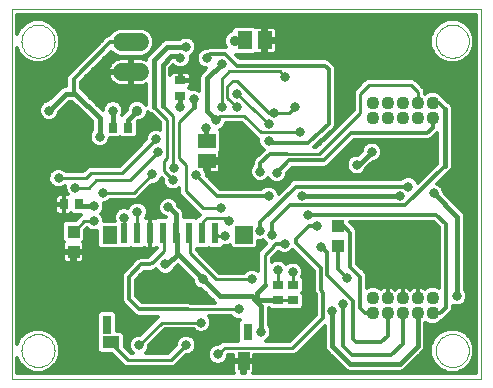
<source format=gbl>
G75*
G70*
%OFA0B0*%
%FSLAX24Y24*%
%IPPOS*%
%LPD*%
%AMOC8*
5,1,8,0,0,1.08239X$1,22.5*
%
%ADD10C,0.0000*%
%ADD11R,0.0354X0.0276*%
%ADD12R,0.0394X0.0433*%
%ADD13R,0.0276X0.0354*%
%ADD14R,0.0512X0.0591*%
%ADD15R,0.0236X0.0709*%
%ADD16R,0.0591X0.0591*%
%ADD17R,0.0394X0.0610*%
%ADD18R,0.0571X0.0394*%
%ADD19R,0.0315X0.0591*%
%ADD20R,0.0315X0.0551*%
%ADD21C,0.0436*%
%ADD22R,0.0591X0.0512*%
%ADD23C,0.0600*%
%ADD24C,0.0317*%
%ADD25C,0.0160*%
%ADD26C,0.0100*%
%ADD27C,0.0356*%
%ADD28C,0.0120*%
D10*
X000325Y000160D02*
X000325Y012469D01*
X015976Y012469D01*
X015976Y000160D01*
X000325Y000160D01*
X000649Y001098D02*
X000651Y001145D01*
X000657Y001191D01*
X000667Y001237D01*
X000680Y001282D01*
X000698Y001325D01*
X000719Y001367D01*
X000743Y001407D01*
X000771Y001444D01*
X000802Y001479D01*
X000836Y001512D01*
X000872Y001541D01*
X000911Y001567D01*
X000952Y001590D01*
X000995Y001609D01*
X001039Y001625D01*
X001084Y001637D01*
X001130Y001645D01*
X001177Y001649D01*
X001223Y001649D01*
X001270Y001645D01*
X001316Y001637D01*
X001361Y001625D01*
X001405Y001609D01*
X001448Y001590D01*
X001489Y001567D01*
X001528Y001541D01*
X001564Y001512D01*
X001598Y001479D01*
X001629Y001444D01*
X001657Y001407D01*
X001681Y001367D01*
X001702Y001325D01*
X001720Y001282D01*
X001733Y001237D01*
X001743Y001191D01*
X001749Y001145D01*
X001751Y001098D01*
X001749Y001051D01*
X001743Y001005D01*
X001733Y000959D01*
X001720Y000914D01*
X001702Y000871D01*
X001681Y000829D01*
X001657Y000789D01*
X001629Y000752D01*
X001598Y000717D01*
X001564Y000684D01*
X001528Y000655D01*
X001489Y000629D01*
X001448Y000606D01*
X001405Y000587D01*
X001361Y000571D01*
X001316Y000559D01*
X001270Y000551D01*
X001223Y000547D01*
X001177Y000547D01*
X001130Y000551D01*
X001084Y000559D01*
X001039Y000571D01*
X000995Y000587D01*
X000952Y000606D01*
X000911Y000629D01*
X000872Y000655D01*
X000836Y000684D01*
X000802Y000717D01*
X000771Y000752D01*
X000743Y000789D01*
X000719Y000829D01*
X000698Y000871D01*
X000680Y000914D01*
X000667Y000959D01*
X000657Y001005D01*
X000651Y001051D01*
X000649Y001098D01*
X000649Y011410D02*
X000651Y011457D01*
X000657Y011503D01*
X000667Y011549D01*
X000680Y011594D01*
X000698Y011637D01*
X000719Y011679D01*
X000743Y011719D01*
X000771Y011756D01*
X000802Y011791D01*
X000836Y011824D01*
X000872Y011853D01*
X000911Y011879D01*
X000952Y011902D01*
X000995Y011921D01*
X001039Y011937D01*
X001084Y011949D01*
X001130Y011957D01*
X001177Y011961D01*
X001223Y011961D01*
X001270Y011957D01*
X001316Y011949D01*
X001361Y011937D01*
X001405Y011921D01*
X001448Y011902D01*
X001489Y011879D01*
X001528Y011853D01*
X001564Y011824D01*
X001598Y011791D01*
X001629Y011756D01*
X001657Y011719D01*
X001681Y011679D01*
X001702Y011637D01*
X001720Y011594D01*
X001733Y011549D01*
X001743Y011503D01*
X001749Y011457D01*
X001751Y011410D01*
X001749Y011363D01*
X001743Y011317D01*
X001733Y011271D01*
X001720Y011226D01*
X001702Y011183D01*
X001681Y011141D01*
X001657Y011101D01*
X001629Y011064D01*
X001598Y011029D01*
X001564Y010996D01*
X001528Y010967D01*
X001489Y010941D01*
X001448Y010918D01*
X001405Y010899D01*
X001361Y010883D01*
X001316Y010871D01*
X001270Y010863D01*
X001223Y010859D01*
X001177Y010859D01*
X001130Y010863D01*
X001084Y010871D01*
X001039Y010883D01*
X000995Y010899D01*
X000952Y010918D01*
X000911Y010941D01*
X000872Y010967D01*
X000836Y010996D01*
X000802Y011029D01*
X000771Y011064D01*
X000743Y011101D01*
X000719Y011141D01*
X000698Y011183D01*
X000680Y011226D01*
X000667Y011271D01*
X000657Y011317D01*
X000651Y011363D01*
X000649Y011410D01*
X014462Y011410D02*
X014464Y011457D01*
X014470Y011503D01*
X014480Y011549D01*
X014493Y011594D01*
X014511Y011637D01*
X014532Y011679D01*
X014556Y011719D01*
X014584Y011756D01*
X014615Y011791D01*
X014649Y011824D01*
X014685Y011853D01*
X014724Y011879D01*
X014765Y011902D01*
X014808Y011921D01*
X014852Y011937D01*
X014897Y011949D01*
X014943Y011957D01*
X014990Y011961D01*
X015036Y011961D01*
X015083Y011957D01*
X015129Y011949D01*
X015174Y011937D01*
X015218Y011921D01*
X015261Y011902D01*
X015302Y011879D01*
X015341Y011853D01*
X015377Y011824D01*
X015411Y011791D01*
X015442Y011756D01*
X015470Y011719D01*
X015494Y011679D01*
X015515Y011637D01*
X015533Y011594D01*
X015546Y011549D01*
X015556Y011503D01*
X015562Y011457D01*
X015564Y011410D01*
X015562Y011363D01*
X015556Y011317D01*
X015546Y011271D01*
X015533Y011226D01*
X015515Y011183D01*
X015494Y011141D01*
X015470Y011101D01*
X015442Y011064D01*
X015411Y011029D01*
X015377Y010996D01*
X015341Y010967D01*
X015302Y010941D01*
X015261Y010918D01*
X015218Y010899D01*
X015174Y010883D01*
X015129Y010871D01*
X015083Y010863D01*
X015036Y010859D01*
X014990Y010859D01*
X014943Y010863D01*
X014897Y010871D01*
X014852Y010883D01*
X014808Y010899D01*
X014765Y010918D01*
X014724Y010941D01*
X014685Y010967D01*
X014649Y010996D01*
X014615Y011029D01*
X014584Y011064D01*
X014556Y011101D01*
X014532Y011141D01*
X014511Y011183D01*
X014493Y011226D01*
X014480Y011271D01*
X014470Y011317D01*
X014464Y011363D01*
X014462Y011410D01*
X014462Y001098D02*
X014464Y001145D01*
X014470Y001191D01*
X014480Y001237D01*
X014493Y001282D01*
X014511Y001325D01*
X014532Y001367D01*
X014556Y001407D01*
X014584Y001444D01*
X014615Y001479D01*
X014649Y001512D01*
X014685Y001541D01*
X014724Y001567D01*
X014765Y001590D01*
X014808Y001609D01*
X014852Y001625D01*
X014897Y001637D01*
X014943Y001645D01*
X014990Y001649D01*
X015036Y001649D01*
X015083Y001645D01*
X015129Y001637D01*
X015174Y001625D01*
X015218Y001609D01*
X015261Y001590D01*
X015302Y001567D01*
X015341Y001541D01*
X015377Y001512D01*
X015411Y001479D01*
X015442Y001444D01*
X015470Y001407D01*
X015494Y001367D01*
X015515Y001325D01*
X015533Y001282D01*
X015546Y001237D01*
X015556Y001191D01*
X015562Y001145D01*
X015564Y001098D01*
X015562Y001051D01*
X015556Y001005D01*
X015546Y000959D01*
X015533Y000914D01*
X015515Y000871D01*
X015494Y000829D01*
X015470Y000789D01*
X015442Y000752D01*
X015411Y000717D01*
X015377Y000684D01*
X015341Y000655D01*
X015302Y000629D01*
X015261Y000606D01*
X015218Y000587D01*
X015174Y000571D01*
X015129Y000559D01*
X015083Y000551D01*
X015036Y000547D01*
X014990Y000547D01*
X014943Y000551D01*
X014897Y000559D01*
X014852Y000571D01*
X014808Y000587D01*
X014765Y000606D01*
X014724Y000629D01*
X014685Y000655D01*
X014649Y000684D01*
X014615Y000717D01*
X014584Y000752D01*
X014556Y000789D01*
X014532Y000829D01*
X014511Y000871D01*
X014493Y000914D01*
X014480Y000959D01*
X014470Y001005D01*
X014464Y001051D01*
X014462Y001098D01*
D11*
X009700Y002779D03*
X009200Y002779D03*
X009200Y003291D03*
X009700Y003291D03*
X005950Y009592D03*
X005950Y010103D03*
D12*
X011200Y005245D03*
X011200Y004575D03*
X002388Y004388D03*
X002388Y005057D03*
D13*
X002581Y005973D03*
X002069Y005973D03*
X003694Y008535D03*
X004206Y008535D03*
D14*
X008084Y011441D03*
X008753Y011441D03*
X003603Y004955D03*
D15*
X004075Y005014D03*
X004508Y005014D03*
X004941Y005014D03*
X005374Y005014D03*
X005807Y005014D03*
X006240Y005014D03*
X006673Y005014D03*
X007106Y005014D03*
D16*
X008071Y004955D03*
D17*
X008051Y000743D03*
D18*
X003622Y001373D03*
D19*
X003504Y001963D03*
D20*
X008209Y001707D03*
D21*
X012356Y002348D03*
X012856Y002348D03*
X013356Y002348D03*
X013856Y002348D03*
X014356Y002348D03*
X014356Y002848D03*
X013856Y002848D03*
X013356Y002848D03*
X012856Y002848D03*
X012356Y002848D03*
X012356Y008848D03*
X012856Y008848D03*
X013356Y008848D03*
X013856Y008848D03*
X014356Y008848D03*
X014356Y009348D03*
X013856Y009348D03*
X013356Y009348D03*
X012856Y009348D03*
X012356Y009348D03*
D22*
X006825Y008088D03*
X006825Y007419D03*
D23*
X004594Y010379D02*
X003994Y010379D01*
X003994Y011379D02*
X004594Y011379D01*
D24*
X005950Y010848D03*
X006138Y011223D03*
X006825Y010848D03*
X007325Y010660D03*
X007825Y009660D03*
X007825Y009223D03*
X007325Y009223D03*
X007138Y008785D03*
X006794Y008504D03*
X005950Y009223D03*
X006388Y009473D03*
X007825Y008598D03*
X008888Y008660D03*
X009075Y009035D03*
X009763Y009223D03*
X009919Y008379D03*
X008888Y008098D03*
X008606Y007066D03*
X008325Y006660D03*
X008888Y006254D03*
X009263Y006566D03*
X009169Y007035D03*
X010294Y007004D03*
X010013Y006254D03*
X010200Y005629D03*
X010513Y005254D03*
X010638Y004566D03*
X009763Y004160D03*
X009700Y003723D03*
X009200Y003785D03*
X008325Y003473D03*
X007263Y004223D03*
X007450Y004910D03*
X007575Y005410D03*
X007294Y005848D03*
X006481Y006941D03*
X005731Y007191D03*
X005700Y006785D03*
X005013Y006973D03*
X004950Y006348D03*
X005544Y005879D03*
X004513Y005723D03*
X004075Y005535D03*
X003075Y005410D03*
X003075Y005910D03*
X003356Y006348D03*
X002450Y006535D03*
X001888Y006848D03*
X001325Y006785D03*
X000981Y007598D03*
X000981Y008254D03*
X000981Y008910D03*
X001575Y009098D03*
X002388Y008223D03*
X003263Y008223D03*
X003700Y007785D03*
X003638Y007410D03*
X003263Y007598D03*
X003700Y009098D03*
X004169Y009785D03*
X002419Y010754D03*
X001356Y010535D03*
X000981Y010535D03*
X005138Y008160D03*
X005200Y007723D03*
X008606Y005098D03*
X009013Y004941D03*
X009419Y004660D03*
X011513Y003504D03*
X011356Y002660D03*
X011013Y002410D03*
X009575Y001785D03*
X008638Y001723D03*
X007700Y001535D03*
X007200Y000973D03*
X008075Y000785D03*
X006638Y002035D03*
X006138Y001285D03*
X004575Y001285D03*
X006575Y002973D03*
X006700Y003473D03*
X005450Y003973D03*
X005044Y003629D03*
X004638Y003348D03*
X005200Y003254D03*
X003825Y003285D03*
X003075Y003660D03*
X003075Y004035D03*
X003513Y004035D03*
X002263Y002848D03*
X001513Y002848D03*
X001513Y002223D03*
X002200Y002223D03*
X002200Y001660D03*
X007888Y002473D03*
X010481Y001254D03*
X014294Y003754D03*
X014419Y004473D03*
X015169Y002910D03*
X013263Y006254D03*
X013544Y006566D03*
X013888Y006973D03*
X014294Y007348D03*
X014388Y006348D03*
X012325Y007723D03*
X011856Y008004D03*
X011825Y007285D03*
X011450Y009098D03*
X009450Y010223D03*
X009513Y011223D03*
X010638Y011691D03*
X011700Y011035D03*
D25*
X014763Y009160D02*
X014763Y007254D01*
X014388Y006348D02*
X015169Y005566D01*
X015169Y002910D01*
X013856Y002348D02*
X013856Y001254D01*
X013263Y000660D01*
X011606Y000660D01*
X011013Y001254D01*
X011013Y002410D01*
X009200Y002785D02*
X008450Y002785D01*
X008481Y002754D01*
X008450Y002785D02*
X008325Y002910D01*
X007263Y002910D01*
X006700Y003473D01*
X005856Y004316D01*
X005513Y003973D01*
X005825Y004348D02*
X005825Y004997D01*
X005807Y005014D02*
X005807Y005642D01*
X005571Y005879D01*
X003075Y005910D02*
X002643Y005910D01*
X003263Y008223D02*
X003263Y008848D01*
X002450Y009660D01*
X002388Y009660D01*
X002138Y009660D01*
X001575Y009098D01*
X003694Y009154D02*
X003694Y008535D01*
X004206Y008535D02*
X004206Y008791D01*
X004513Y009098D01*
X005075Y009223D02*
X005075Y010785D01*
X005513Y011223D01*
X006138Y011223D01*
X005888Y010910D02*
X005950Y010848D01*
X005888Y010910D02*
X005638Y010910D01*
X005356Y010629D01*
X005356Y009254D01*
X005950Y009223D02*
X005950Y009592D01*
X006388Y009473D02*
X006388Y009223D01*
X006843Y009080D02*
X007138Y008785D01*
X006843Y009080D02*
X006843Y010178D01*
X007325Y010660D01*
X007763Y011410D02*
X008053Y011410D01*
X008084Y011441D01*
X006794Y008504D02*
X006794Y008120D01*
X006825Y008088D01*
X003700Y009098D02*
X003694Y009154D01*
X010013Y006254D02*
X013263Y006254D01*
X011888Y007285D02*
X012325Y007723D01*
X008763Y003285D02*
X008513Y003035D01*
X008513Y002723D01*
X008638Y002598D01*
X008638Y001723D01*
D26*
X007888Y002473D02*
X006200Y002473D01*
X006638Y002035D02*
X005325Y002035D01*
X004575Y001285D01*
X004200Y000785D02*
X003638Y001348D01*
X003638Y001357D01*
X003622Y001373D01*
X004200Y000785D02*
X005638Y000785D01*
X006138Y001285D01*
X007200Y000973D02*
X007419Y001191D01*
X009700Y001191D01*
X008075Y000785D02*
X008051Y000761D01*
X008051Y000743D01*
X008513Y002723D02*
X008481Y002754D01*
X008507Y002779D01*
X008763Y003285D02*
X008763Y004285D01*
X009059Y004582D01*
X009200Y003785D02*
X009200Y003291D01*
X009700Y003291D02*
X009700Y003723D01*
X009200Y002785D02*
X009200Y002779D01*
X009700Y002779D01*
X008325Y003473D02*
X007138Y003473D01*
X006263Y004348D01*
X006263Y004992D01*
X006240Y005014D01*
X006673Y005014D02*
X006700Y005041D01*
X006700Y005410D01*
X006825Y005535D01*
X007450Y005535D01*
X007575Y005410D01*
X007106Y005014D02*
X007211Y004910D01*
X007450Y004910D01*
X007294Y005848D02*
X006700Y005848D01*
X006138Y006410D01*
X006138Y007285D01*
X005888Y007535D01*
X005888Y008723D01*
X006388Y009223D01*
X007138Y008785D02*
X007263Y008910D01*
X008075Y008910D01*
X008638Y008379D01*
X009919Y008379D01*
X009575Y009035D02*
X009075Y009035D01*
X008888Y009035D01*
X007825Y010098D01*
X007700Y010098D01*
X007513Y009910D01*
X007513Y009535D01*
X007825Y009223D01*
X007325Y009223D02*
X007325Y010160D01*
X007575Y010410D01*
X009263Y010410D01*
X009450Y010223D01*
X009763Y009223D02*
X009575Y009035D01*
X008888Y008660D02*
X007825Y009660D01*
X005700Y008910D02*
X005700Y007223D01*
X005731Y007191D01*
X005388Y007098D02*
X005700Y006785D01*
X005388Y007098D02*
X005388Y007410D01*
X005513Y007535D01*
X005513Y008785D01*
X005075Y009223D01*
X005356Y009254D02*
X005700Y008910D01*
X005138Y008160D02*
X004013Y007035D01*
X002981Y007035D01*
X002794Y006848D01*
X001888Y006848D01*
X002450Y006535D02*
X002888Y006535D01*
X003138Y006785D01*
X004263Y006785D01*
X005200Y007723D01*
X005013Y006973D02*
X004388Y006348D01*
X003356Y006348D01*
X002643Y005910D02*
X002581Y005973D01*
X002740Y005410D02*
X002388Y005057D01*
X002740Y005410D02*
X003075Y005410D01*
X004075Y005535D02*
X004075Y005014D01*
X004508Y005014D02*
X004513Y005019D01*
X004513Y005723D01*
X005544Y005879D02*
X005571Y005879D01*
X005374Y005014D02*
X005388Y005001D01*
X005388Y004410D01*
X005013Y004035D01*
X005450Y003973D02*
X005513Y003973D01*
X005856Y004316D02*
X005825Y004348D01*
X005825Y004997D02*
X005807Y005014D01*
X009513Y007660D02*
X010575Y007660D01*
X011950Y009035D01*
X011950Y009660D01*
X012231Y009941D01*
X013638Y009941D01*
X013856Y009723D01*
X013856Y009348D01*
X011888Y007285D02*
X011825Y007285D01*
X005356Y010629D02*
X005325Y010598D01*
D27*
X004513Y009098D03*
X007763Y011410D03*
D28*
X007514Y011668D02*
X004984Y011668D01*
X005001Y011651D02*
X004866Y011786D01*
X004689Y011859D01*
X003898Y011859D01*
X003722Y011786D01*
X003587Y011651D01*
X003574Y011619D01*
X003559Y011619D01*
X003470Y011582D01*
X002252Y010363D01*
X002184Y010296D01*
X002148Y010208D01*
X002148Y009920D01*
X002086Y009920D01*
X001990Y009880D01*
X001546Y009436D01*
X001508Y009436D01*
X001383Y009384D01*
X001288Y009289D01*
X001237Y009165D01*
X001237Y009030D01*
X001288Y008906D01*
X001383Y008811D01*
X001508Y008759D01*
X001642Y008759D01*
X001767Y008811D01*
X001862Y008906D01*
X001913Y009030D01*
X001913Y009068D01*
X002245Y009400D01*
X002342Y009400D01*
X003003Y008740D01*
X003003Y008441D01*
X002976Y008414D01*
X002924Y008290D01*
X002924Y008155D01*
X002976Y008031D01*
X003071Y007936D01*
X003195Y007884D01*
X003330Y007884D01*
X003454Y007936D01*
X003549Y008031D01*
X003601Y008155D01*
X003601Y008178D01*
X003906Y008178D01*
X003950Y008221D01*
X003994Y008178D01*
X004418Y008178D01*
X004524Y008283D01*
X004524Y008739D01*
X004584Y008739D01*
X004715Y008794D01*
X004816Y008895D01*
X004871Y009026D01*
X004871Y009059D01*
X004928Y009002D01*
X005000Y008972D01*
X005283Y008690D01*
X005283Y008466D01*
X005205Y008498D01*
X005070Y008498D01*
X004946Y008447D01*
X004851Y008352D01*
X004799Y008227D01*
X004799Y008147D01*
X003917Y007265D01*
X002886Y007265D01*
X002751Y007130D01*
X002698Y007077D01*
X002136Y007077D01*
X002079Y007134D01*
X001955Y007186D01*
X001820Y007186D01*
X001696Y007134D01*
X001601Y007039D01*
X001549Y006915D01*
X001549Y006780D01*
X001601Y006656D01*
X001696Y006561D01*
X001820Y006509D01*
X001955Y006509D01*
X002079Y006561D01*
X002112Y006593D01*
X002112Y006468D01*
X002163Y006343D01*
X002197Y006310D01*
X002078Y006310D01*
X002078Y005981D01*
X002060Y005981D01*
X002060Y005964D01*
X001771Y005964D01*
X001771Y005774D01*
X001782Y005734D01*
X001803Y005697D01*
X001833Y005667D01*
X001870Y005646D01*
X001910Y005635D01*
X002060Y005635D01*
X002060Y005964D01*
X002078Y005964D01*
X002078Y005635D01*
X002228Y005635D01*
X002269Y005646D01*
X002305Y005667D01*
X002311Y005673D01*
X002369Y005615D01*
X002620Y005615D01*
X002459Y005454D01*
X002116Y005454D01*
X002011Y005348D01*
X002011Y004766D01*
X002068Y004708D01*
X002063Y004703D01*
X002042Y004666D01*
X002031Y004625D01*
X002031Y004426D01*
X002349Y004426D01*
X002349Y004349D01*
X002426Y004349D01*
X002426Y004011D01*
X002605Y004011D01*
X002646Y004022D01*
X002683Y004043D01*
X002712Y004073D01*
X002733Y004110D01*
X002744Y004150D01*
X002744Y004349D01*
X002426Y004349D01*
X002426Y004426D01*
X002744Y004426D01*
X002744Y004625D01*
X002733Y004666D01*
X002712Y004703D01*
X002707Y004708D01*
X002764Y004766D01*
X002764Y005109D01*
X002831Y005175D01*
X002883Y005123D01*
X003008Y005072D01*
X003142Y005072D01*
X003167Y005082D01*
X003167Y004585D01*
X003272Y004480D01*
X004268Y004480D01*
X004292Y004504D01*
X004315Y004480D01*
X004701Y004480D01*
X004742Y004522D01*
X004761Y004511D01*
X004802Y004500D01*
X004941Y004500D01*
X004941Y005014D01*
X004941Y005014D01*
X004941Y004500D01*
X005080Y004500D01*
X005121Y004511D01*
X005140Y004522D01*
X005157Y004505D01*
X004901Y004248D01*
X004877Y004238D01*
X004851Y004212D01*
X004590Y004212D01*
X004502Y004176D01*
X004434Y004108D01*
X004028Y003702D01*
X003991Y003614D01*
X003991Y002769D01*
X004028Y002680D01*
X004095Y002613D01*
X004439Y002269D01*
X004527Y002233D01*
X005197Y002233D01*
X004588Y001623D01*
X004508Y001623D01*
X004383Y001572D01*
X004288Y001477D01*
X004237Y001352D01*
X004237Y001218D01*
X004288Y001093D01*
X004366Y001015D01*
X004295Y001015D01*
X004088Y001223D01*
X004088Y001644D01*
X003982Y001749D01*
X003842Y001749D01*
X003842Y002333D01*
X003736Y002438D01*
X003272Y002438D01*
X003167Y002333D01*
X003167Y001654D01*
X003157Y001644D01*
X003157Y001101D01*
X003262Y000996D01*
X003664Y000996D01*
X004105Y000555D01*
X005733Y000555D01*
X005867Y000690D01*
X006124Y000947D01*
X006205Y000947D01*
X006329Y000998D01*
X006424Y001093D01*
X006476Y001218D01*
X006476Y001352D01*
X006424Y001477D01*
X006329Y001572D01*
X006205Y001623D01*
X006070Y001623D01*
X005946Y001572D01*
X005851Y001477D01*
X005799Y001352D01*
X005799Y001272D01*
X005542Y001015D01*
X004784Y001015D01*
X004862Y001093D01*
X004913Y001218D01*
X004913Y001298D01*
X005420Y001805D01*
X006389Y001805D01*
X006446Y001748D01*
X006570Y001697D01*
X006705Y001697D01*
X006829Y001748D01*
X006924Y001843D01*
X006976Y001968D01*
X006976Y002102D01*
X006924Y002227D01*
X006909Y002243D01*
X007639Y002243D01*
X007696Y002186D01*
X007820Y002134D01*
X007948Y002134D01*
X007871Y002057D01*
X007871Y001421D01*
X007323Y001421D01*
X007213Y001311D01*
X007133Y001311D01*
X007008Y001259D01*
X006913Y001164D01*
X006862Y001040D01*
X006862Y000905D01*
X006913Y000781D01*
X007008Y000686D01*
X007133Y000634D01*
X007267Y000634D01*
X007392Y000686D01*
X007487Y000781D01*
X007538Y000905D01*
X007538Y000961D01*
X007695Y000961D01*
X007695Y000781D01*
X008013Y000781D01*
X008013Y000704D01*
X008090Y000704D01*
X008090Y000781D01*
X008408Y000781D01*
X008408Y000961D01*
X009628Y000961D01*
X009652Y000951D01*
X009748Y000951D01*
X009772Y000961D01*
X009795Y000961D01*
X009812Y000978D01*
X009836Y000988D01*
X010753Y001904D01*
X010753Y001202D01*
X010792Y001106D01*
X010865Y001033D01*
X011386Y000513D01*
X011459Y000440D01*
X011555Y000400D01*
X013314Y000400D01*
X013410Y000440D01*
X014004Y001033D01*
X014077Y001106D01*
X014116Y001202D01*
X014116Y002024D01*
X014131Y002010D01*
X014277Y001949D01*
X014435Y001949D01*
X014582Y002010D01*
X014694Y002122D01*
X014695Y002124D01*
X014742Y002144D01*
X014810Y002212D01*
X014997Y002399D01*
X015034Y002487D01*
X015034Y002600D01*
X015101Y002572D01*
X015236Y002572D01*
X015360Y002623D01*
X015456Y002718D01*
X015507Y002843D01*
X015507Y002977D01*
X015456Y003102D01*
X015429Y003129D01*
X015429Y005618D01*
X015389Y005714D01*
X015316Y005787D01*
X014726Y006377D01*
X014726Y006415D01*
X014674Y006539D01*
X014579Y006634D01*
X014511Y006663D01*
X014861Y007013D01*
X014910Y007033D01*
X014983Y007106D01*
X015022Y007202D01*
X015022Y009212D01*
X014983Y009307D01*
X014910Y009380D01*
X014861Y009400D01*
X014778Y009483D01*
X014711Y009551D01*
X014701Y009555D01*
X014694Y009573D01*
X014582Y009685D01*
X014435Y009746D01*
X014277Y009746D01*
X014131Y009685D01*
X014106Y009661D01*
X014086Y009681D01*
X014086Y009818D01*
X013952Y009952D01*
X013733Y010171D01*
X012136Y010171D01*
X012001Y010037D01*
X011720Y009755D01*
X011720Y009130D01*
X010480Y007890D01*
X010405Y007890D01*
X010415Y007899D01*
X010437Y007921D01*
X011018Y008454D01*
X011023Y008457D01*
X011054Y008487D01*
X011085Y008515D01*
X011087Y008520D01*
X011091Y008524D01*
X011107Y008563D01*
X011125Y008602D01*
X011125Y008607D01*
X011127Y008612D01*
X011127Y008655D01*
X011129Y008697D01*
X011127Y008702D01*
X011127Y010520D01*
X011091Y010608D01*
X010966Y010733D01*
X010898Y010801D01*
X010810Y010837D01*
X007924Y010837D01*
X007796Y010966D01*
X008415Y010966D01*
X008443Y010995D01*
X008476Y010986D01*
X008693Y010986D01*
X008693Y011381D01*
X008813Y011381D01*
X008813Y010986D01*
X009030Y010986D01*
X009071Y010997D01*
X009108Y011018D01*
X009137Y011048D01*
X009158Y011084D01*
X009169Y011125D01*
X009169Y011381D01*
X008813Y011381D01*
X008813Y011501D01*
X008693Y011501D01*
X008693Y011897D01*
X008476Y011897D01*
X008443Y011888D01*
X008415Y011917D01*
X007754Y011917D01*
X007648Y011811D01*
X007648Y011750D01*
X007560Y011714D01*
X007459Y011613D01*
X007404Y011481D01*
X007404Y011339D01*
X007457Y011212D01*
X006902Y011212D01*
X006838Y011186D01*
X006758Y011186D01*
X006633Y011134D01*
X006538Y011039D01*
X006487Y010915D01*
X006487Y010780D01*
X006538Y010656D01*
X006633Y010561D01*
X006758Y010509D01*
X006806Y010509D01*
X006695Y010398D01*
X006622Y010325D01*
X006583Y010229D01*
X006583Y009756D01*
X006579Y009759D01*
X006455Y009811D01*
X006320Y009811D01*
X006306Y009805D01*
X006249Y009862D01*
X006255Y009867D01*
X006276Y009904D01*
X006287Y009945D01*
X006287Y010095D01*
X005959Y010095D01*
X005959Y010112D01*
X006287Y010112D01*
X006287Y010262D01*
X006276Y010303D01*
X006255Y010339D01*
X006225Y010369D01*
X006189Y010390D01*
X006148Y010401D01*
X005959Y010401D01*
X005959Y010112D01*
X005941Y010112D01*
X005941Y010401D01*
X005752Y010401D01*
X005711Y010390D01*
X005675Y010369D01*
X005645Y010339D01*
X005624Y010303D01*
X005616Y010275D01*
X005616Y010521D01*
X005707Y010612D01*
X005758Y010561D01*
X005883Y010509D01*
X006017Y010509D01*
X006142Y010561D01*
X006237Y010656D01*
X006288Y010780D01*
X006288Y010915D01*
X006287Y010918D01*
X006329Y010936D01*
X006424Y011031D01*
X006476Y011155D01*
X006476Y011290D01*
X006424Y011414D01*
X006329Y011509D01*
X006205Y011561D01*
X006070Y011561D01*
X005946Y011509D01*
X005919Y011482D01*
X005461Y011482D01*
X005365Y011443D01*
X004855Y010932D01*
X004815Y010837D01*
X004815Y010782D01*
X004770Y010805D01*
X004701Y010827D01*
X004630Y010839D01*
X004334Y010839D01*
X004334Y010419D01*
X004254Y010419D01*
X004254Y010839D01*
X003958Y010839D01*
X003886Y010827D01*
X003817Y010805D01*
X003753Y010772D01*
X003694Y010730D01*
X003643Y010678D01*
X003600Y010620D01*
X003567Y010555D01*
X003545Y010486D01*
X003534Y010419D01*
X004254Y010419D01*
X004254Y010339D01*
X004334Y010339D01*
X004334Y009919D01*
X004630Y009919D01*
X004701Y009930D01*
X004770Y009952D01*
X004815Y009975D01*
X004815Y009301D01*
X004715Y009401D01*
X004584Y009456D01*
X004441Y009456D01*
X004310Y009401D01*
X004209Y009300D01*
X004154Y009169D01*
X004154Y009107D01*
X004059Y009011D01*
X004011Y008963D01*
X004038Y009030D01*
X004038Y009165D01*
X003987Y009289D01*
X003892Y009384D01*
X003767Y009436D01*
X003633Y009436D01*
X003508Y009384D01*
X003413Y009289D01*
X003362Y009165D01*
X003362Y009116D01*
X002670Y009807D01*
X002627Y009850D01*
X002627Y010061D01*
X003630Y011063D01*
X003722Y010972D01*
X003898Y010899D01*
X004689Y010899D01*
X004866Y010972D01*
X005001Y011107D01*
X005074Y011283D01*
X005074Y011474D01*
X005001Y011651D01*
X005043Y011549D02*
X006041Y011549D01*
X006234Y011549D02*
X007432Y011549D01*
X007404Y011431D02*
X006408Y011431D01*
X006467Y011312D02*
X007415Y011312D01*
X007450Y010973D02*
X006950Y010973D01*
X006825Y010848D01*
X006574Y011075D02*
X006443Y011075D01*
X006476Y011194D02*
X006856Y011194D01*
X006504Y010957D02*
X006350Y010957D01*
X006288Y010838D02*
X006487Y010838D01*
X006512Y010720D02*
X006263Y010720D01*
X006182Y010601D02*
X006593Y010601D01*
X006780Y010483D02*
X005616Y010483D01*
X005616Y010364D02*
X005669Y010364D01*
X005696Y010601D02*
X005718Y010601D01*
X005941Y010364D02*
X005959Y010364D01*
X005959Y010246D02*
X005941Y010246D01*
X005941Y010127D02*
X005959Y010127D01*
X006287Y010127D02*
X006583Y010127D01*
X006583Y010009D02*
X006287Y010009D01*
X006268Y009890D02*
X006583Y009890D01*
X006583Y009772D02*
X006550Y009772D01*
X006589Y010246D02*
X006287Y010246D01*
X006231Y010364D02*
X006661Y010364D01*
X007450Y010973D02*
X007825Y010598D01*
X010763Y010598D01*
X010888Y010473D01*
X010888Y008660D01*
X010271Y008094D01*
X010211Y008035D01*
X008950Y008035D01*
X008888Y008098D01*
X008549Y008113D02*
X007300Y008113D01*
X007300Y008231D02*
X008459Y008231D01*
X008477Y008214D02*
X008542Y008149D01*
X008546Y008149D01*
X008549Y008146D01*
X008549Y008030D01*
X008601Y007906D01*
X008696Y007811D01*
X008720Y007801D01*
X008470Y007551D01*
X008403Y007483D01*
X008366Y007395D01*
X008366Y007305D01*
X008319Y007258D01*
X008268Y007134D01*
X008268Y006999D01*
X008319Y006875D01*
X008415Y006779D01*
X008539Y006728D01*
X008674Y006728D01*
X008798Y006779D01*
X008876Y006857D01*
X008882Y006843D01*
X008977Y006748D01*
X009101Y006697D01*
X009236Y006697D01*
X009360Y006748D01*
X009456Y006843D01*
X009507Y006968D01*
X009507Y007034D01*
X009674Y007201D01*
X010779Y007201D01*
X010867Y007238D01*
X011737Y008108D01*
X014216Y008108D01*
X014305Y008144D01*
X014492Y008332D01*
X014503Y008342D01*
X014503Y007333D01*
X013859Y006690D01*
X013831Y006758D01*
X013735Y006853D01*
X013611Y006905D01*
X013476Y006905D01*
X013352Y006853D01*
X013305Y006806D01*
X009746Y006806D01*
X009658Y006770D01*
X009221Y006333D01*
X009174Y006445D01*
X009079Y006541D01*
X008955Y006592D01*
X008820Y006592D01*
X008696Y006541D01*
X008649Y006494D01*
X007268Y006494D01*
X006820Y006942D01*
X006820Y007009D01*
X006768Y007133D01*
X006765Y007136D01*
X006765Y007359D01*
X006885Y007359D01*
X006885Y007003D01*
X007141Y007003D01*
X007182Y007014D01*
X007219Y007035D01*
X007248Y007065D01*
X007269Y007101D01*
X007280Y007142D01*
X007280Y007359D01*
X006885Y007359D01*
X006885Y007479D01*
X007280Y007479D01*
X007280Y007696D01*
X007271Y007729D01*
X007300Y007758D01*
X007300Y008419D01*
X007253Y008466D01*
X007329Y008498D01*
X007424Y008593D01*
X007460Y008680D01*
X007984Y008680D01*
X008477Y008214D01*
X008549Y008146D02*
X008549Y008146D01*
X008564Y007994D02*
X007300Y007994D01*
X007300Y007876D02*
X008631Y007876D01*
X008676Y007757D02*
X007299Y007757D01*
X007280Y007639D02*
X008558Y007639D01*
X008439Y007520D02*
X007280Y007520D01*
X007280Y007283D02*
X008344Y007283D01*
X008369Y007402D02*
X006885Y007402D01*
X006885Y007283D02*
X006765Y007283D01*
X006765Y007165D02*
X006885Y007165D01*
X006885Y007046D02*
X006804Y007046D01*
X006834Y006928D02*
X008297Y006928D01*
X008268Y007046D02*
X007229Y007046D01*
X007280Y007165D02*
X008281Y007165D01*
X008606Y007066D02*
X008606Y007348D01*
X008919Y007660D01*
X009513Y007660D01*
X009575Y007441D02*
X009169Y007035D01*
X009421Y006809D02*
X013308Y006809D01*
X013544Y006566D02*
X009794Y006566D01*
X008606Y005379D01*
X008606Y005098D01*
X008715Y004776D02*
X008726Y004750D01*
X008814Y004661D01*
X008533Y004380D01*
X008533Y003744D01*
X008517Y003759D01*
X008392Y003811D01*
X008258Y003811D01*
X008133Y003759D01*
X008076Y003702D01*
X007233Y003702D01*
X006492Y004443D01*
X006492Y004480D01*
X006866Y004480D01*
X006890Y004504D01*
X006914Y004480D01*
X007299Y004480D01*
X007391Y004572D01*
X007517Y004572D01*
X007596Y004604D01*
X007596Y004585D01*
X007701Y004480D01*
X008441Y004480D01*
X008546Y004585D01*
X008546Y004759D01*
X008674Y004759D01*
X008715Y004776D01*
X008799Y004676D02*
X008546Y004676D01*
X008518Y004558D02*
X008710Y004558D01*
X008591Y004439D02*
X006496Y004439D01*
X006615Y004321D02*
X008533Y004321D01*
X008533Y004202D02*
X006733Y004202D01*
X006852Y004084D02*
X008533Y004084D01*
X008533Y003965D02*
X006970Y003965D01*
X007089Y003847D02*
X008533Y003847D01*
X008992Y004056D02*
X008992Y004190D01*
X009171Y004368D01*
X009195Y004378D01*
X009209Y004392D01*
X009227Y004373D01*
X009351Y004322D01*
X009486Y004322D01*
X009610Y004373D01*
X009691Y004454D01*
X010398Y003748D01*
X010398Y003153D01*
X010393Y003129D01*
X010398Y003105D01*
X010398Y003081D01*
X010407Y003059D01*
X010411Y003035D01*
X010425Y003015D01*
X010434Y002993D01*
X010451Y002976D01*
X010460Y002962D01*
X010460Y002291D01*
X009591Y001421D01*
X008795Y001421D01*
X008829Y001436D01*
X008924Y001531D01*
X008976Y001655D01*
X008976Y001790D01*
X008924Y001914D01*
X008897Y001941D01*
X008897Y002512D01*
X008948Y002461D01*
X009952Y002461D01*
X010057Y002567D01*
X010057Y002991D01*
X010014Y003035D01*
X010057Y003079D01*
X010057Y003503D01*
X009999Y003561D01*
X010038Y003655D01*
X010038Y003790D01*
X009987Y003914D01*
X009892Y004009D01*
X009767Y004061D01*
X009633Y004061D01*
X009508Y004009D01*
X009481Y003982D01*
X009392Y004072D01*
X009267Y004123D01*
X009133Y004123D01*
X009008Y004072D01*
X008992Y004056D01*
X008992Y004084D02*
X009036Y004084D01*
X009005Y004202D02*
X009944Y004202D01*
X010062Y004084D02*
X009364Y004084D01*
X009123Y004321D02*
X009825Y004321D01*
X009707Y004439D02*
X009676Y004439D01*
X009794Y004691D02*
X009794Y004816D01*
X010231Y005254D01*
X010513Y005254D01*
X010200Y005629D02*
X014481Y005629D01*
X014794Y005316D01*
X014794Y002535D01*
X014606Y002348D01*
X014356Y002348D01*
X014641Y002069D02*
X015796Y002069D01*
X015796Y001951D02*
X014438Y001951D01*
X014274Y001951D02*
X014116Y001951D01*
X014116Y001832D02*
X015796Y001832D01*
X015796Y001714D02*
X015431Y001714D01*
X015427Y001717D02*
X015158Y001829D01*
X014867Y001829D01*
X014598Y001717D01*
X014393Y001512D01*
X014281Y001243D01*
X014281Y000952D01*
X014393Y000683D01*
X014598Y000478D01*
X014867Y000366D01*
X015158Y000366D01*
X015427Y000478D01*
X015632Y000683D01*
X015744Y000952D01*
X015744Y001243D01*
X015632Y001512D01*
X015427Y001717D01*
X015549Y001595D02*
X015796Y001595D01*
X015796Y001477D02*
X015647Y001477D01*
X015696Y001358D02*
X015796Y001358D01*
X015796Y001240D02*
X015744Y001240D01*
X015744Y001121D02*
X015796Y001121D01*
X015796Y001003D02*
X015744Y001003D01*
X015715Y000884D02*
X015796Y000884D01*
X015796Y000766D02*
X015666Y000766D01*
X015596Y000647D02*
X015796Y000647D01*
X015796Y000529D02*
X015478Y000529D01*
X015263Y000410D02*
X015796Y000410D01*
X015796Y000340D02*
X008377Y000340D01*
X008397Y000376D01*
X008408Y000416D01*
X008408Y000704D01*
X008090Y000704D01*
X008090Y000340D01*
X008013Y000340D01*
X008013Y000704D01*
X007695Y000704D01*
X007695Y000416D01*
X007705Y000376D01*
X007726Y000340D01*
X000505Y000340D01*
X000505Y000865D01*
X000580Y000683D01*
X000786Y000478D01*
X001055Y000366D01*
X001345Y000366D01*
X001614Y000478D01*
X001820Y000683D01*
X001931Y000952D01*
X001931Y001243D01*
X001820Y001512D01*
X001614Y001717D01*
X001345Y001829D01*
X001055Y001829D01*
X000786Y001717D01*
X000580Y001512D01*
X000505Y001330D01*
X000505Y011177D01*
X000580Y010996D01*
X000786Y010790D01*
X001055Y010679D01*
X001345Y010679D01*
X001614Y010790D01*
X001820Y010996D01*
X001931Y011265D01*
X001931Y011555D01*
X001820Y011824D01*
X001614Y012030D01*
X001345Y012141D01*
X001055Y012141D01*
X000786Y012030D01*
X000580Y011824D01*
X000505Y011643D01*
X000505Y012289D01*
X015796Y012289D01*
X015796Y000340D01*
X014762Y000410D02*
X013338Y000410D01*
X013499Y000529D02*
X014547Y000529D01*
X014429Y000647D02*
X013617Y000647D01*
X013736Y000766D02*
X014359Y000766D01*
X014310Y000884D02*
X013854Y000884D01*
X013973Y001003D02*
X014281Y001003D01*
X014281Y001121D02*
X014083Y001121D01*
X014116Y001240D02*
X014281Y001240D01*
X014329Y001358D02*
X014116Y001358D01*
X014116Y001477D02*
X014378Y001477D01*
X014476Y001595D02*
X014116Y001595D01*
X014116Y001714D02*
X014594Y001714D01*
X014786Y002188D02*
X015796Y002188D01*
X015796Y002306D02*
X014904Y002306D01*
X015008Y002425D02*
X015796Y002425D01*
X015796Y002543D02*
X015034Y002543D01*
X015399Y002662D02*
X015796Y002662D01*
X015796Y002780D02*
X015481Y002780D01*
X015507Y002899D02*
X015796Y002899D01*
X015796Y003017D02*
X015491Y003017D01*
X015429Y003136D02*
X015796Y003136D01*
X015796Y003254D02*
X015429Y003254D01*
X015429Y003373D02*
X015796Y003373D01*
X015796Y003491D02*
X015429Y003491D01*
X015429Y003610D02*
X015796Y003610D01*
X015796Y003728D02*
X015429Y003728D01*
X015429Y003847D02*
X015796Y003847D01*
X015796Y003965D02*
X015429Y003965D01*
X015429Y004084D02*
X015796Y004084D01*
X015796Y004202D02*
X015429Y004202D01*
X015429Y004321D02*
X015796Y004321D01*
X015796Y004439D02*
X015429Y004439D01*
X015429Y004558D02*
X015796Y004558D01*
X015796Y004676D02*
X015429Y004676D01*
X015429Y004795D02*
X015796Y004795D01*
X015796Y004913D02*
X015429Y004913D01*
X015429Y005032D02*
X015796Y005032D01*
X015796Y005150D02*
X015429Y005150D01*
X015429Y005269D02*
X015796Y005269D01*
X015796Y005387D02*
X015429Y005387D01*
X015429Y005506D02*
X015796Y005506D01*
X015796Y005624D02*
X015426Y005624D01*
X015360Y005743D02*
X015796Y005743D01*
X015796Y005861D02*
X015242Y005861D01*
X015123Y005980D02*
X015796Y005980D01*
X015796Y006098D02*
X015005Y006098D01*
X014886Y006217D02*
X015796Y006217D01*
X015796Y006335D02*
X014768Y006335D01*
X014710Y006454D02*
X015796Y006454D01*
X015796Y006572D02*
X014642Y006572D01*
X014539Y006691D02*
X015796Y006691D01*
X015796Y006809D02*
X014657Y006809D01*
X014776Y006928D02*
X015796Y006928D01*
X015796Y007046D02*
X014922Y007046D01*
X015007Y007165D02*
X015796Y007165D01*
X015796Y007283D02*
X015022Y007283D01*
X015022Y007402D02*
X015796Y007402D01*
X015796Y007520D02*
X015022Y007520D01*
X015022Y007639D02*
X015796Y007639D01*
X015796Y007757D02*
X015022Y007757D01*
X015022Y007876D02*
X015796Y007876D01*
X015796Y007994D02*
X015022Y007994D01*
X015022Y008113D02*
X015796Y008113D01*
X015796Y008231D02*
X015022Y008231D01*
X015022Y008350D02*
X015796Y008350D01*
X015796Y008468D02*
X015022Y008468D01*
X015022Y008587D02*
X015796Y008587D01*
X015796Y008705D02*
X015022Y008705D01*
X015022Y008824D02*
X015796Y008824D01*
X015796Y008942D02*
X015022Y008942D01*
X015022Y009061D02*
X015796Y009061D01*
X015796Y009179D02*
X015022Y009179D01*
X014987Y009298D02*
X015796Y009298D01*
X015796Y009416D02*
X014846Y009416D01*
X014727Y009535D02*
X015796Y009535D01*
X015796Y009653D02*
X014614Y009653D01*
X014575Y009348D02*
X014356Y009348D01*
X014575Y009348D02*
X014763Y009160D01*
X014356Y008848D02*
X014356Y008535D01*
X014169Y008348D01*
X011638Y008348D01*
X010731Y007441D01*
X009575Y007441D01*
X009638Y007165D02*
X011509Y007165D01*
X011487Y007218D02*
X011538Y007093D01*
X011633Y006998D01*
X011758Y006947D01*
X011892Y006947D01*
X012017Y006998D01*
X012112Y007093D01*
X012146Y007176D01*
X012354Y007384D01*
X012392Y007384D01*
X012517Y007436D01*
X012612Y007531D01*
X012663Y007655D01*
X012663Y007790D01*
X012612Y007914D01*
X012517Y008009D01*
X012392Y008061D01*
X012258Y008061D01*
X012133Y008009D01*
X012038Y007914D01*
X011987Y007790D01*
X011987Y007752D01*
X011858Y007623D01*
X011758Y007623D01*
X011633Y007572D01*
X011538Y007477D01*
X011487Y007352D01*
X011487Y007218D01*
X011487Y007283D02*
X010912Y007283D01*
X011031Y007402D02*
X011507Y007402D01*
X011581Y007520D02*
X011149Y007520D01*
X011268Y007639D02*
X011873Y007639D01*
X011987Y007757D02*
X011386Y007757D01*
X011505Y007876D02*
X012022Y007876D01*
X012118Y007994D02*
X011623Y007994D01*
X011058Y008468D02*
X011035Y008468D01*
X011118Y008587D02*
X011176Y008587D01*
X011127Y008705D02*
X011295Y008705D01*
X011413Y008824D02*
X011127Y008824D01*
X011127Y008942D02*
X011532Y008942D01*
X011650Y009061D02*
X011127Y009061D01*
X011127Y009179D02*
X011720Y009179D01*
X011720Y009298D02*
X011127Y009298D01*
X011127Y009416D02*
X011720Y009416D01*
X011720Y009535D02*
X011127Y009535D01*
X011127Y009653D02*
X011720Y009653D01*
X011736Y009772D02*
X011127Y009772D01*
X011127Y009890D02*
X011855Y009890D01*
X011973Y010009D02*
X011127Y010009D01*
X011127Y010127D02*
X012092Y010127D01*
X011127Y010246D02*
X015796Y010246D01*
X015796Y010364D02*
X011127Y010364D01*
X011127Y010483D02*
X015796Y010483D01*
X015796Y010601D02*
X011094Y010601D01*
X010980Y010720D02*
X014769Y010720D01*
X014867Y010679D02*
X015158Y010679D01*
X015427Y010790D01*
X015632Y010996D01*
X015744Y011265D01*
X015744Y011555D01*
X015632Y011824D01*
X015427Y012030D01*
X015158Y012141D01*
X014867Y012141D01*
X014598Y012030D01*
X014393Y011824D01*
X014281Y011555D01*
X014281Y011265D01*
X014393Y010996D01*
X014598Y010790D01*
X014867Y010679D01*
X014550Y010838D02*
X007924Y010838D01*
X007805Y010957D02*
X014432Y010957D01*
X014360Y011075D02*
X009153Y011075D01*
X009169Y011194D02*
X014311Y011194D01*
X014281Y011312D02*
X009169Y011312D01*
X009169Y011501D02*
X009169Y011758D01*
X009158Y011798D01*
X009137Y011835D01*
X009108Y011865D01*
X009071Y011886D01*
X009030Y011897D01*
X008813Y011897D01*
X008813Y011501D01*
X009169Y011501D01*
X009169Y011549D02*
X014281Y011549D01*
X014281Y011431D02*
X008813Y011431D01*
X008813Y011549D02*
X008693Y011549D01*
X008693Y011668D02*
X008813Y011668D01*
X008813Y011786D02*
X008693Y011786D01*
X008427Y011905D02*
X014473Y011905D01*
X014377Y011786D02*
X009162Y011786D01*
X009169Y011668D02*
X014328Y011668D01*
X014591Y012023D02*
X001621Y012023D01*
X001740Y011905D02*
X007742Y011905D01*
X007648Y011786D02*
X004865Y011786D01*
X005074Y011431D02*
X005353Y011431D01*
X005234Y011312D02*
X005074Y011312D01*
X005037Y011194D02*
X005116Y011194D01*
X004997Y011075D02*
X004969Y011075D01*
X004879Y010957D02*
X004829Y010957D01*
X004816Y010838D02*
X004635Y010838D01*
X004334Y010838D02*
X004254Y010838D01*
X004254Y010720D02*
X004334Y010720D01*
X004334Y010601D02*
X004254Y010601D01*
X004254Y010483D02*
X004334Y010483D01*
X004254Y010364D02*
X002931Y010364D01*
X003049Y010483D02*
X003544Y010483D01*
X003591Y010601D02*
X003168Y010601D01*
X003286Y010720D02*
X003684Y010720D01*
X003759Y010957D02*
X003523Y010957D01*
X003405Y010838D02*
X003953Y010838D01*
X004254Y010339D02*
X003534Y010339D01*
X003545Y010271D01*
X003567Y010202D01*
X003600Y010138D01*
X003643Y010079D01*
X003694Y010028D01*
X003753Y009985D01*
X003817Y009952D01*
X003886Y009930D01*
X003958Y009919D01*
X004254Y009919D01*
X004254Y010339D01*
X004254Y010246D02*
X004334Y010246D01*
X004334Y010127D02*
X004254Y010127D01*
X004254Y010009D02*
X004334Y010009D01*
X004815Y009890D02*
X002627Y009890D01*
X002627Y010009D02*
X003721Y010009D01*
X003608Y010127D02*
X002694Y010127D01*
X002812Y010246D02*
X003553Y010246D01*
X002825Y009653D02*
X004815Y009653D01*
X004815Y009535D02*
X002943Y009535D01*
X003062Y009416D02*
X003585Y009416D01*
X003421Y009298D02*
X003180Y009298D01*
X003299Y009179D02*
X003367Y009179D01*
X003815Y009416D02*
X004346Y009416D01*
X004208Y009298D02*
X003979Y009298D01*
X004033Y009179D02*
X004159Y009179D01*
X004108Y009061D02*
X004038Y009061D01*
X004059Y009011D02*
X004059Y009011D01*
X004524Y008705D02*
X005267Y008705D01*
X005283Y008587D02*
X004524Y008587D01*
X004524Y008468D02*
X004997Y008468D01*
X004850Y008350D02*
X004524Y008350D01*
X004471Y008231D02*
X004801Y008231D01*
X004765Y008113D02*
X003583Y008113D01*
X003513Y007994D02*
X004646Y007994D01*
X004528Y007876D02*
X000505Y007876D01*
X000505Y007994D02*
X003012Y007994D01*
X002942Y008113D02*
X000505Y008113D01*
X000505Y008231D02*
X002924Y008231D01*
X002949Y008350D02*
X000505Y008350D01*
X000505Y008468D02*
X003003Y008468D01*
X003003Y008587D02*
X000505Y008587D01*
X000505Y008705D02*
X003003Y008705D01*
X002919Y008824D02*
X001780Y008824D01*
X001877Y008942D02*
X002800Y008942D01*
X002682Y009061D02*
X001913Y009061D01*
X002024Y009179D02*
X002563Y009179D01*
X002445Y009298D02*
X002143Y009298D01*
X002388Y009660D02*
X002388Y010160D01*
X003606Y011379D01*
X004294Y011379D01*
X003723Y011786D02*
X001836Y011786D01*
X001885Y011668D02*
X003604Y011668D01*
X003437Y011549D02*
X001931Y011549D01*
X001931Y011431D02*
X003319Y011431D01*
X003200Y011312D02*
X001931Y011312D01*
X001902Y011194D02*
X003082Y011194D01*
X002963Y011075D02*
X001853Y011075D01*
X001781Y010957D02*
X002845Y010957D01*
X002726Y010838D02*
X001662Y010838D01*
X001444Y010720D02*
X002608Y010720D01*
X002489Y010601D02*
X000505Y010601D01*
X000505Y010483D02*
X002371Y010483D01*
X002252Y010364D02*
X000505Y010364D01*
X000505Y010246D02*
X002163Y010246D01*
X002148Y010127D02*
X000505Y010127D01*
X000505Y010009D02*
X002148Y010009D01*
X002013Y009890D02*
X000505Y009890D01*
X000505Y009772D02*
X001881Y009772D01*
X001763Y009653D02*
X000505Y009653D01*
X000505Y009535D02*
X001644Y009535D01*
X001460Y009416D02*
X000505Y009416D01*
X000505Y009298D02*
X001296Y009298D01*
X001242Y009179D02*
X000505Y009179D01*
X000505Y009061D02*
X001237Y009061D01*
X001273Y008942D02*
X000505Y008942D01*
X000505Y008824D02*
X001370Y008824D01*
X000505Y007757D02*
X004409Y007757D01*
X004291Y007639D02*
X000505Y007639D01*
X000505Y007520D02*
X004172Y007520D01*
X004054Y007402D02*
X000505Y007402D01*
X000505Y007283D02*
X003935Y007283D01*
X004819Y006454D02*
X005616Y006454D01*
X005633Y006447D02*
X005767Y006447D01*
X005892Y006498D01*
X005908Y006514D01*
X005908Y006505D01*
X005908Y006315D01*
X006470Y005752D01*
X006593Y005629D01*
X006513Y005549D01*
X006481Y005549D01*
X006457Y005525D01*
X006433Y005549D01*
X006067Y005549D01*
X006067Y005694D01*
X006028Y005790D01*
X005955Y005863D01*
X005955Y005863D01*
X005882Y005935D01*
X005882Y005946D01*
X005831Y006070D01*
X005735Y006166D01*
X005611Y006217D01*
X005476Y006217D01*
X005352Y006166D01*
X005257Y006070D01*
X005205Y005946D01*
X005205Y005811D01*
X005257Y005687D01*
X005352Y005592D01*
X005456Y005549D01*
X005182Y005549D01*
X005140Y005507D01*
X005121Y005518D01*
X005080Y005529D01*
X004941Y005529D01*
X004802Y005529D01*
X004796Y005527D01*
X004799Y005531D01*
X004851Y005655D01*
X004851Y005790D01*
X004799Y005914D01*
X004704Y006009D01*
X004580Y006061D01*
X004445Y006061D01*
X004321Y006009D01*
X004226Y005914D01*
X004199Y005850D01*
X004142Y005873D01*
X004008Y005873D01*
X003883Y005822D01*
X003788Y005727D01*
X003737Y005602D01*
X003737Y005468D01*
X003752Y005431D01*
X003413Y005431D01*
X003413Y005477D01*
X003362Y005602D01*
X003304Y005660D01*
X003362Y005718D01*
X003413Y005843D01*
X003413Y005977D01*
X003400Y006009D01*
X003424Y006009D01*
X003548Y006061D01*
X003605Y006118D01*
X004483Y006118D01*
X004999Y006634D01*
X005080Y006634D01*
X005204Y006686D01*
X005299Y006781D01*
X005323Y006837D01*
X005362Y006798D01*
X005362Y006718D01*
X005413Y006593D01*
X005508Y006498D01*
X005633Y006447D01*
X005784Y006454D02*
X005908Y006454D01*
X005908Y006335D02*
X004700Y006335D01*
X004582Y006217D02*
X005475Y006217D01*
X005613Y006217D02*
X006006Y006217D01*
X006124Y006098D02*
X005803Y006098D01*
X005868Y005980D02*
X006243Y005980D01*
X006361Y005861D02*
X005956Y005861D01*
X006047Y005743D02*
X006480Y005743D01*
X006589Y005624D02*
X006067Y005624D01*
X005320Y005624D02*
X004838Y005624D01*
X004851Y005743D02*
X005234Y005743D01*
X005205Y005861D02*
X004821Y005861D01*
X004734Y005980D02*
X005219Y005980D01*
X005284Y006098D02*
X003585Y006098D01*
X003413Y005980D02*
X004291Y005980D01*
X004204Y005861D02*
X004172Y005861D01*
X003978Y005861D02*
X003413Y005861D01*
X003372Y005743D02*
X003804Y005743D01*
X003746Y005624D02*
X003340Y005624D01*
X003402Y005506D02*
X003737Y005506D01*
X003167Y005032D02*
X002764Y005032D01*
X002764Y004913D02*
X003167Y004913D01*
X003167Y004795D02*
X002764Y004795D01*
X002728Y004676D02*
X003167Y004676D01*
X003195Y004558D02*
X002744Y004558D01*
X002744Y004439D02*
X005091Y004439D01*
X004973Y004321D02*
X002744Y004321D01*
X002744Y004202D02*
X004564Y004202D01*
X004409Y004084D02*
X002718Y004084D01*
X002426Y004084D02*
X002349Y004084D01*
X002349Y004011D02*
X002170Y004011D01*
X002129Y004022D01*
X002092Y004043D01*
X002063Y004073D01*
X002042Y004110D01*
X002031Y004150D01*
X002031Y004349D01*
X002349Y004349D01*
X002349Y004011D01*
X002349Y004202D02*
X002426Y004202D01*
X002426Y004321D02*
X002349Y004321D01*
X002031Y004321D02*
X000505Y004321D01*
X000505Y004439D02*
X002031Y004439D01*
X002031Y004558D02*
X000505Y004558D01*
X000505Y004676D02*
X002047Y004676D01*
X002011Y004795D02*
X000505Y004795D01*
X000505Y004913D02*
X002011Y004913D01*
X002011Y005032D02*
X000505Y005032D01*
X000505Y005150D02*
X002011Y005150D01*
X002011Y005269D02*
X000505Y005269D01*
X000505Y005387D02*
X002049Y005387D01*
X002360Y005624D02*
X000505Y005624D01*
X000505Y005506D02*
X002511Y005506D01*
X002806Y005150D02*
X002856Y005150D01*
X002078Y005743D02*
X002060Y005743D01*
X002060Y005861D02*
X002078Y005861D01*
X002060Y005980D02*
X000505Y005980D01*
X000505Y006098D02*
X001771Y006098D01*
X001771Y006171D02*
X001771Y005981D01*
X002060Y005981D01*
X002060Y006310D01*
X001910Y006310D01*
X001870Y006299D01*
X001833Y006278D01*
X001803Y006248D01*
X001782Y006211D01*
X001771Y006171D01*
X001785Y006217D02*
X000505Y006217D01*
X000505Y006335D02*
X002171Y006335D01*
X002117Y006454D02*
X000505Y006454D01*
X000505Y006572D02*
X001684Y006572D01*
X001586Y006691D02*
X000505Y006691D01*
X000505Y006809D02*
X001549Y006809D01*
X001554Y006928D02*
X000505Y006928D01*
X000505Y007046D02*
X001607Y007046D01*
X001768Y007165D02*
X000505Y007165D01*
X002007Y007165D02*
X002785Y007165D01*
X002112Y006572D02*
X002091Y006572D01*
X002078Y006217D02*
X002060Y006217D01*
X002060Y006098D02*
X002078Y006098D01*
X001771Y005861D02*
X000505Y005861D01*
X000505Y005743D02*
X001780Y005743D01*
X002031Y004202D02*
X000505Y004202D01*
X000505Y004084D02*
X002057Y004084D01*
X000505Y003965D02*
X004291Y003965D01*
X004172Y003847D02*
X000505Y003847D01*
X000505Y003728D02*
X004054Y003728D01*
X003991Y003610D02*
X000505Y003610D01*
X000505Y003491D02*
X003991Y003491D01*
X003991Y003373D02*
X000505Y003373D01*
X000505Y003254D02*
X003991Y003254D01*
X003991Y003136D02*
X000505Y003136D01*
X000505Y003017D02*
X003991Y003017D01*
X003991Y002899D02*
X000505Y002899D01*
X000505Y002780D02*
X003991Y002780D01*
X004047Y002662D02*
X000505Y002662D01*
X000505Y002543D02*
X004165Y002543D01*
X004284Y002425D02*
X003750Y002425D01*
X003842Y002306D02*
X004402Y002306D01*
X004575Y002473D02*
X004231Y002816D01*
X004231Y003566D01*
X004638Y003973D01*
X004950Y003973D01*
X005013Y004035D01*
X005144Y003827D02*
X005163Y003781D01*
X005258Y003686D01*
X005383Y003634D01*
X005517Y003634D01*
X005642Y003686D01*
X005737Y003781D01*
X005771Y003863D01*
X005856Y003949D01*
X006362Y003443D01*
X006362Y003405D01*
X006413Y003281D01*
X006508Y003186D01*
X006633Y003134D01*
X006671Y003134D01*
X007102Y002702D01*
X006272Y002702D01*
X006248Y002712D01*
X004674Y002712D01*
X004471Y002916D01*
X004471Y003467D01*
X004737Y003733D01*
X004998Y003733D01*
X005086Y003769D01*
X005144Y003827D01*
X005216Y003728D02*
X004732Y003728D01*
X004614Y003610D02*
X006195Y003610D01*
X006077Y003728D02*
X005684Y003728D01*
X005764Y003847D02*
X005958Y003847D01*
X006314Y003491D02*
X004495Y003491D01*
X004471Y003373D02*
X006375Y003373D01*
X006440Y003254D02*
X004471Y003254D01*
X004471Y003136D02*
X006629Y003136D01*
X006788Y003017D02*
X004471Y003017D01*
X004488Y002899D02*
X006906Y002899D01*
X007025Y002780D02*
X004607Y002780D01*
X004575Y002473D02*
X006200Y002473D01*
X006941Y002188D02*
X007694Y002188D01*
X007883Y002069D02*
X006976Y002069D01*
X006969Y001951D02*
X007871Y001951D01*
X007871Y001832D02*
X006913Y001832D01*
X006746Y001714D02*
X007871Y001714D01*
X007871Y001595D02*
X006273Y001595D01*
X006424Y001477D02*
X007871Y001477D01*
X008013Y000961D02*
X008090Y000961D01*
X008090Y000781D01*
X008013Y000781D01*
X008013Y000961D01*
X008013Y000884D02*
X008090Y000884D01*
X008090Y000766D02*
X011133Y000766D01*
X011015Y000884D02*
X008408Y000884D01*
X008408Y000647D02*
X011252Y000647D01*
X011370Y000529D02*
X008408Y000529D01*
X008406Y000410D02*
X011530Y000410D01*
X011669Y000941D02*
X012981Y000941D01*
X013356Y001316D01*
X013356Y002348D01*
X012856Y002348D02*
X012856Y001598D01*
X012638Y001379D01*
X011794Y001379D01*
X011700Y001473D01*
X011700Y002754D01*
X010825Y003629D01*
X010825Y004379D01*
X010638Y004566D01*
X011200Y004575D02*
X011200Y003816D01*
X011513Y003504D01*
X011606Y003879D02*
X011919Y003566D01*
X011919Y002535D01*
X012106Y002348D01*
X012356Y002348D01*
X012856Y002848D02*
X012856Y003226D01*
X012819Y003226D01*
X012746Y003211D01*
X012677Y003183D01*
X012621Y003145D01*
X012582Y003185D01*
X012435Y003246D01*
X012277Y003246D01*
X012159Y003197D01*
X012159Y003614D01*
X012122Y003702D01*
X012055Y003770D01*
X011846Y003978D01*
X011846Y005083D01*
X011810Y005171D01*
X011742Y005238D01*
X011592Y005389D01*
X014382Y005389D01*
X014554Y005217D01*
X014554Y003197D01*
X014435Y003246D01*
X014277Y003246D01*
X014131Y003185D01*
X014091Y003145D01*
X014035Y003183D01*
X013967Y003211D01*
X013893Y003226D01*
X013856Y003226D01*
X013819Y003226D01*
X013746Y003211D01*
X013677Y003183D01*
X013615Y003141D01*
X013606Y003132D01*
X013597Y003141D01*
X013535Y003183D01*
X013467Y003211D01*
X013393Y003226D01*
X013356Y003226D01*
X013319Y003226D01*
X013246Y003211D01*
X013177Y003183D01*
X013115Y003141D01*
X013106Y003132D01*
X013097Y003141D01*
X013035Y003183D01*
X012967Y003211D01*
X012893Y003226D01*
X012856Y003226D01*
X012856Y002848D01*
X012856Y002848D01*
X012856Y002899D02*
X012856Y002899D01*
X012856Y003017D02*
X012856Y003017D01*
X012856Y003136D02*
X012856Y003136D01*
X013103Y003136D02*
X013110Y003136D01*
X013356Y003136D02*
X013356Y003136D01*
X013356Y003226D02*
X013356Y002848D01*
X013356Y002848D01*
X013356Y003226D01*
X013356Y003017D02*
X013356Y003017D01*
X013356Y002899D02*
X013356Y002899D01*
X013603Y003136D02*
X013610Y003136D01*
X013856Y003136D02*
X013856Y003136D01*
X013856Y003226D02*
X013856Y002848D01*
X013856Y002848D01*
X013856Y003226D01*
X013856Y003017D02*
X013856Y003017D01*
X013856Y002899D02*
X013856Y002899D01*
X014554Y003254D02*
X012159Y003254D01*
X012159Y003373D02*
X014554Y003373D01*
X014554Y003491D02*
X012159Y003491D01*
X012159Y003610D02*
X014554Y003610D01*
X014554Y003728D02*
X012096Y003728D01*
X011978Y003847D02*
X014554Y003847D01*
X014554Y003965D02*
X011859Y003965D01*
X011846Y004084D02*
X014554Y004084D01*
X014554Y004202D02*
X011846Y004202D01*
X011846Y004321D02*
X014554Y004321D01*
X014554Y004439D02*
X011846Y004439D01*
X011846Y004558D02*
X014554Y004558D01*
X014554Y004676D02*
X011846Y004676D01*
X011846Y004795D02*
X014554Y004795D01*
X014554Y004913D02*
X011846Y004913D01*
X011846Y005032D02*
X014554Y005032D01*
X014554Y005150D02*
X011818Y005150D01*
X011712Y005269D02*
X014502Y005269D01*
X014384Y005387D02*
X011594Y005387D01*
X011397Y005245D02*
X011606Y005035D01*
X011606Y003879D01*
X010638Y003848D02*
X010638Y003129D01*
X010700Y003035D01*
X010700Y002191D01*
X009700Y001191D01*
X009969Y001121D02*
X010786Y001121D01*
X010865Y001033D02*
X010865Y001033D01*
X010896Y001003D02*
X009851Y001003D01*
X010088Y001240D02*
X010753Y001240D01*
X010753Y001358D02*
X010206Y001358D01*
X010325Y001477D02*
X010753Y001477D01*
X010753Y001595D02*
X010443Y001595D01*
X010562Y001714D02*
X010753Y001714D01*
X010753Y001832D02*
X010680Y001832D01*
X010357Y002188D02*
X008897Y002188D01*
X008897Y002306D02*
X010460Y002306D01*
X010460Y002425D02*
X008897Y002425D01*
X008897Y002069D02*
X010238Y002069D01*
X010120Y001951D02*
X008897Y001951D01*
X008958Y001832D02*
X010001Y001832D01*
X009883Y001714D02*
X008976Y001714D01*
X008951Y001595D02*
X009764Y001595D01*
X009646Y001477D02*
X008870Y001477D01*
X008013Y000766D02*
X007472Y000766D01*
X007530Y000884D02*
X007695Y000884D01*
X007695Y000647D02*
X007299Y000647D01*
X007101Y000647D02*
X005825Y000647D01*
X005943Y000766D02*
X006928Y000766D01*
X006870Y000884D02*
X006062Y000884D01*
X006334Y001003D02*
X006862Y001003D01*
X006895Y001121D02*
X006436Y001121D01*
X006476Y001240D02*
X006988Y001240D01*
X007260Y001358D02*
X006474Y001358D01*
X006529Y001714D02*
X005329Y001714D01*
X005210Y001595D02*
X006002Y001595D01*
X005851Y001477D02*
X005092Y001477D01*
X004973Y001358D02*
X005801Y001358D01*
X005767Y001240D02*
X004913Y001240D01*
X004873Y001121D02*
X005648Y001121D01*
X004797Y001832D02*
X003842Y001832D01*
X003842Y001951D02*
X004915Y001951D01*
X005034Y002069D02*
X003842Y002069D01*
X003842Y002188D02*
X005152Y002188D01*
X004678Y001714D02*
X004018Y001714D01*
X004088Y001595D02*
X004439Y001595D01*
X004288Y001477D02*
X004088Y001477D01*
X004088Y001358D02*
X004239Y001358D01*
X004237Y001240D02*
X004088Y001240D01*
X004189Y001121D02*
X004277Y001121D01*
X003894Y000766D02*
X001854Y000766D01*
X001903Y000884D02*
X003776Y000884D01*
X004013Y000647D02*
X001784Y000647D01*
X001665Y000529D02*
X007695Y000529D01*
X007696Y000410D02*
X001451Y000410D01*
X000949Y000410D02*
X000505Y000410D01*
X000505Y000529D02*
X000735Y000529D01*
X000616Y000647D02*
X000505Y000647D01*
X000505Y000766D02*
X000546Y000766D01*
X000516Y001358D02*
X000505Y001358D01*
X000505Y001477D02*
X000566Y001477D01*
X000505Y001595D02*
X000663Y001595D01*
X000782Y001714D02*
X000505Y001714D01*
X000505Y001832D02*
X003167Y001832D01*
X003167Y001714D02*
X001618Y001714D01*
X001737Y001595D02*
X003157Y001595D01*
X003157Y001477D02*
X001834Y001477D01*
X001884Y001358D02*
X003157Y001358D01*
X003157Y001240D02*
X001931Y001240D01*
X001931Y001121D02*
X003157Y001121D01*
X003255Y001003D02*
X001931Y001003D01*
X003167Y001951D02*
X000505Y001951D01*
X000505Y002069D02*
X003167Y002069D01*
X003167Y002188D02*
X000505Y002188D01*
X000505Y002306D02*
X003167Y002306D01*
X003258Y002425D02*
X000505Y002425D01*
X004941Y004558D02*
X004941Y004558D01*
X004941Y004676D02*
X004941Y004676D01*
X004941Y004795D02*
X004941Y004795D01*
X004941Y004913D02*
X004941Y004913D01*
X004941Y005014D02*
X004941Y005529D01*
X004941Y005014D01*
X004941Y005014D01*
X004941Y005032D02*
X004941Y005032D01*
X004941Y005150D02*
X004941Y005150D01*
X004941Y005269D02*
X004941Y005269D01*
X004941Y005387D02*
X004941Y005387D01*
X004941Y005506D02*
X004941Y005506D01*
X004937Y006572D02*
X005434Y006572D01*
X005373Y006691D02*
X005209Y006691D01*
X005311Y006809D02*
X005351Y006809D01*
X006481Y006941D02*
X007169Y006254D01*
X008888Y006254D01*
X009003Y006572D02*
X009460Y006572D01*
X009342Y006454D02*
X009166Y006454D01*
X009220Y006335D02*
X009223Y006335D01*
X009579Y006691D02*
X007071Y006691D01*
X006953Y006809D02*
X008385Y006809D01*
X008828Y006809D02*
X008916Y006809D01*
X008772Y006572D02*
X007190Y006572D01*
X009013Y005348D02*
X009013Y004941D01*
X009138Y004660D02*
X009059Y004582D01*
X009138Y004660D02*
X009419Y004660D01*
X009794Y004691D02*
X010638Y003848D01*
X010398Y003728D02*
X010038Y003728D01*
X010020Y003610D02*
X010398Y003610D01*
X010398Y003491D02*
X010057Y003491D01*
X010057Y003373D02*
X010398Y003373D01*
X010398Y003254D02*
X010057Y003254D01*
X010057Y003136D02*
X010394Y003136D01*
X010424Y003017D02*
X010032Y003017D01*
X010057Y002899D02*
X010460Y002899D01*
X010460Y002780D02*
X010057Y002780D01*
X010057Y002662D02*
X010460Y002662D01*
X010460Y002543D02*
X010033Y002543D01*
X011356Y002660D02*
X011356Y001254D01*
X011669Y000941D01*
X008090Y000647D02*
X008013Y000647D01*
X008013Y000529D02*
X008090Y000529D01*
X008090Y000410D02*
X008013Y000410D01*
X008102Y003728D02*
X007207Y003728D01*
X007377Y004558D02*
X007624Y004558D01*
X009013Y005348D02*
X009606Y005941D01*
X013450Y005941D01*
X014763Y007254D01*
X014503Y007402D02*
X012434Y007402D01*
X012601Y007520D02*
X014503Y007520D01*
X014503Y007639D02*
X012657Y007639D01*
X012663Y007757D02*
X014503Y007757D01*
X014503Y007876D02*
X012628Y007876D01*
X012532Y007994D02*
X014503Y007994D01*
X014503Y008113D02*
X014229Y008113D01*
X014392Y008231D02*
X014503Y008231D01*
X014452Y007283D02*
X012253Y007283D01*
X012141Y007165D02*
X014334Y007165D01*
X014215Y007046D02*
X012065Y007046D01*
X011585Y007046D02*
X009519Y007046D01*
X009491Y006928D02*
X014097Y006928D01*
X013978Y006809D02*
X013780Y006809D01*
X013859Y006691D02*
X013860Y006691D01*
X011397Y005245D02*
X011200Y005245D01*
X010181Y003965D02*
X009936Y003965D01*
X010015Y003847D02*
X010299Y003847D01*
X010516Y007994D02*
X010584Y007994D01*
X010645Y008113D02*
X010702Y008113D01*
X010775Y008231D02*
X010821Y008231D01*
X010904Y008350D02*
X010939Y008350D01*
X008333Y008350D02*
X007300Y008350D01*
X007257Y008468D02*
X008208Y008468D01*
X008083Y008587D02*
X007418Y008587D01*
X005283Y008468D02*
X005278Y008468D01*
X005149Y008824D02*
X004745Y008824D01*
X004836Y008942D02*
X005030Y008942D01*
X004815Y009416D02*
X004679Y009416D01*
X004815Y009772D02*
X002706Y009772D01*
X000956Y010720D02*
X000505Y010720D01*
X000505Y010838D02*
X000738Y010838D01*
X000619Y010957D02*
X000505Y010957D01*
X000505Y011075D02*
X000547Y011075D01*
X000515Y011668D02*
X000505Y011668D01*
X000505Y011786D02*
X000564Y011786D01*
X000505Y011905D02*
X000660Y011905D01*
X000779Y012023D02*
X000505Y012023D01*
X000505Y012142D02*
X015796Y012142D01*
X015796Y012260D02*
X000505Y012260D01*
X008693Y011312D02*
X008813Y011312D01*
X008813Y011194D02*
X008693Y011194D01*
X008693Y011075D02*
X008813Y011075D01*
X013777Y010127D02*
X015796Y010127D01*
X015796Y010009D02*
X013895Y010009D01*
X014014Y009890D02*
X015796Y009890D01*
X015796Y009772D02*
X014086Y009772D01*
X015256Y010720D02*
X015796Y010720D01*
X015796Y010838D02*
X015475Y010838D01*
X015593Y010957D02*
X015796Y010957D01*
X015796Y011075D02*
X015665Y011075D01*
X015714Y011194D02*
X015796Y011194D01*
X015796Y011312D02*
X015744Y011312D01*
X015744Y011431D02*
X015796Y011431D01*
X015796Y011549D02*
X015744Y011549D01*
X015697Y011668D02*
X015796Y011668D01*
X015796Y011786D02*
X015648Y011786D01*
X015552Y011905D02*
X015796Y011905D01*
X015796Y012023D02*
X015434Y012023D01*
M02*

</source>
